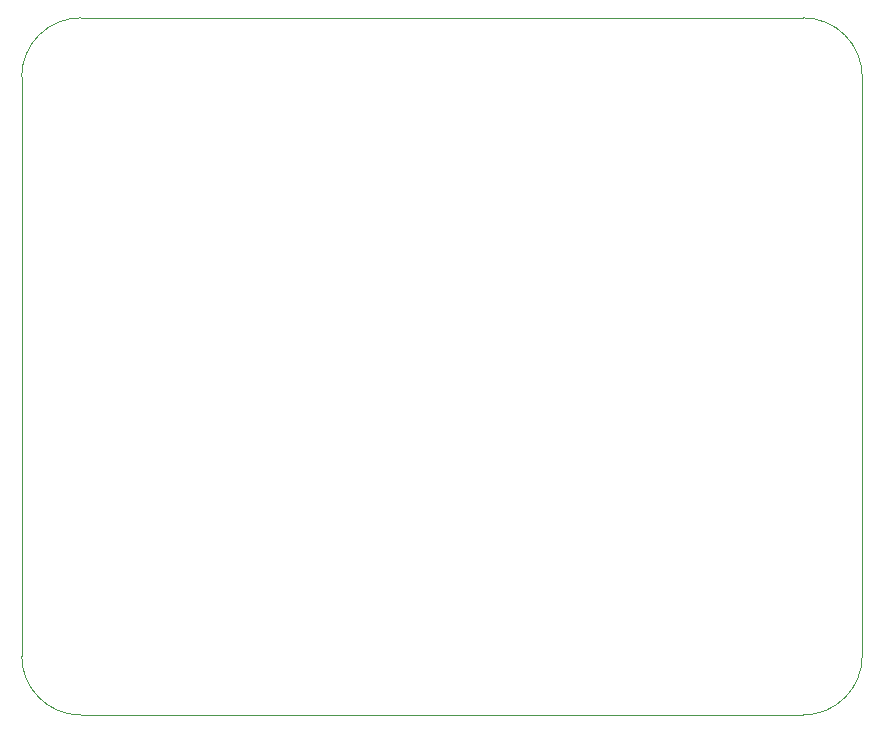
<source format=gm1>
%TF.GenerationSoftware,KiCad,Pcbnew,6.0.0-rc2*%
%TF.CreationDate,2022-01-03T19:22:05-08:00*%
%TF.ProjectId,acorn-power-electronics,61636f72-6e2d-4706-9f77-65722d656c65,rev?*%
%TF.SameCoordinates,Original*%
%TF.FileFunction,Profile,NP*%
%FSLAX46Y46*%
G04 Gerber Fmt 4.6, Leading zero omitted, Abs format (unit mm)*
G04 Created by KiCad (PCBNEW 6.0.0-rc2) date 2022-01-03 19:22:05*
%MOMM*%
%LPD*%
G01*
G04 APERTURE LIST*
%TA.AperFunction,Profile*%
%ADD10C,0.100000*%
%TD*%
G04 APERTURE END LIST*
D10*
X65828000Y-85500000D02*
G75*
G03*
X60828000Y-90500000I0J-5000000D01*
G01*
X132000000Y-90500000D02*
G75*
G03*
X127000000Y-85500000I-5000000J0D01*
G01*
X127000000Y-144524000D02*
G75*
G03*
X132000000Y-139524000I0J5000000D01*
G01*
X60828000Y-139524000D02*
G75*
G03*
X65828000Y-144524000I5000000J0D01*
G01*
X65828000Y-85500000D02*
X127000000Y-85500000D01*
X132000000Y-90500000D02*
X132000000Y-139524000D01*
X127000000Y-144524000D02*
X65828000Y-144524000D01*
X60828000Y-139524000D02*
X60828000Y-90500000D01*
M02*

</source>
